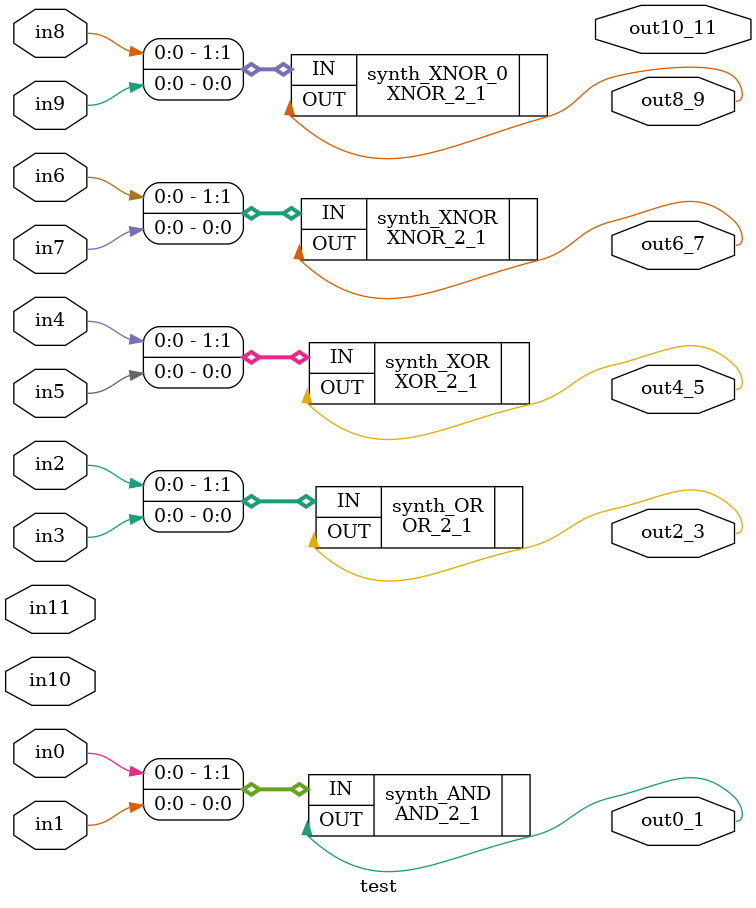
<source format=v>
module test(in0, in1, in2, in3, in4, in5, in6, in7, in8, in9, in10, in11, out0_1
, out2_3, out4_5, out6_7, out8_9, out10_11);

input wire in0;
input wire in1;
input wire in2;
input wire in3;
input wire in4;
input wire in5;
input wire in6;
input wire in7;
input wire in8;
input wire in9;
input wire in10;
input wire in11;
output wire out0_1;
output wire out2_3;
output wire out4_5;
output wire out6_7;
output wire out8_9;
output wire out10_11;
AND_2_1 synth_AND(.OUT(out0_1), .IN({in0, in1}));
OR_2_1 synth_OR(.OUT(out2_3), .IN({in2, in3}));
XOR_2_1 synth_XOR(.OUT(out4_5), .IN({in4, in5}));
XNOR_2_1 synth_XNOR(.OUT(out6_7), .IN({in6, in7}));
XNOR_2_1 synth_XNOR_0(.OUT(out8_9), .IN({in8, in9}));
endmodule

</source>
